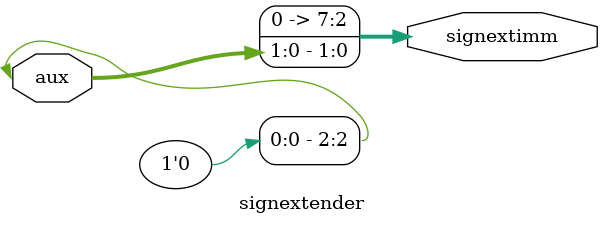
<source format=v>
`timescale 1ns / 1ps

// IF ID EXE MEM WB
module signextender(input [2:0] aux, output [7:0] signextimm);
    assign signextimm[7:2] = 0;
    assign signextimm[2:0] = aux;
endmodule

</source>
